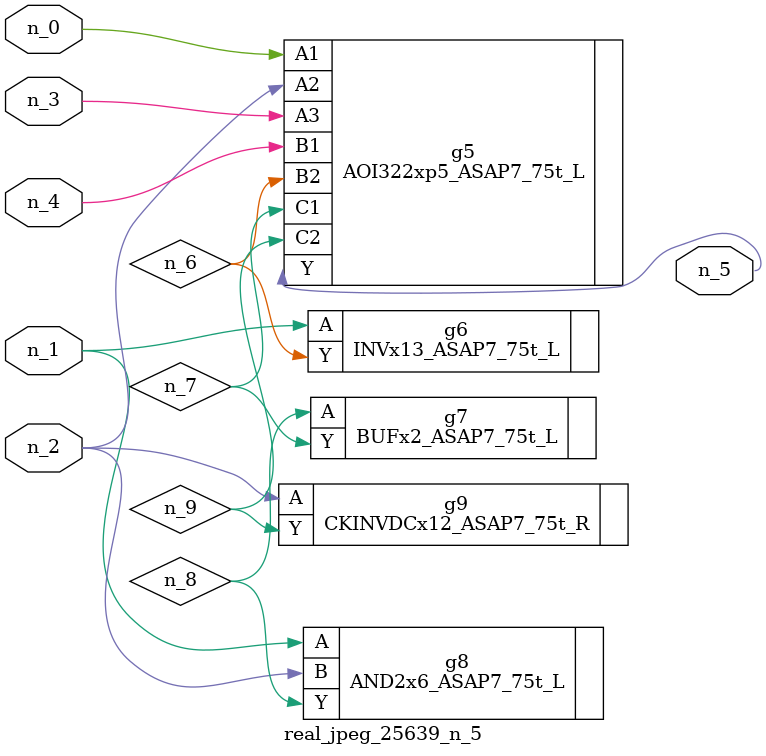
<source format=v>
module real_jpeg_25639_n_5 (n_4, n_0, n_1, n_2, n_3, n_5);

input n_4;
input n_0;
input n_1;
input n_2;
input n_3;

output n_5;

wire n_8;
wire n_6;
wire n_7;
wire n_9;

AOI322xp5_ASAP7_75t_L g5 ( 
.A1(n_0),
.A2(n_2),
.A3(n_3),
.B1(n_4),
.B2(n_6),
.C1(n_7),
.C2(n_9),
.Y(n_5)
);

INVx13_ASAP7_75t_L g6 ( 
.A(n_1),
.Y(n_6)
);

AND2x6_ASAP7_75t_L g8 ( 
.A(n_1),
.B(n_2),
.Y(n_8)
);

CKINVDCx12_ASAP7_75t_R g9 ( 
.A(n_2),
.Y(n_9)
);

BUFx2_ASAP7_75t_L g7 ( 
.A(n_8),
.Y(n_7)
);


endmodule
</source>
